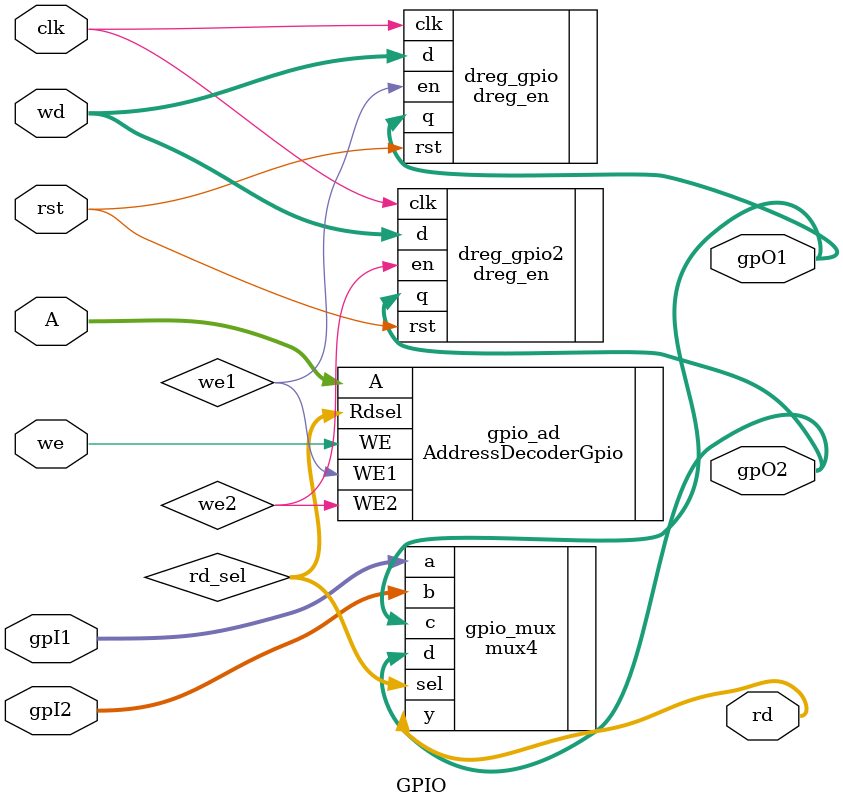
<source format=v>
`timescale 1ns / 1ps

module GPIO(
    input wire clk,
    input wire rst,
    input wire we,
    input wire [1:0] A,
    input wire [31:0]gpI1,
    input wire [31:0]gpI2,
    input wire [31:0] wd,
    output wire [31:0] rd,
    output wire [31:0] gpO1,
    output wire [31:0] gpO2
    );
    
    wire we1, we2;
    wire [1:0] rd_sel;
    
    AddressDecoderGpio gpio_ad (
        .A          (A),
        .WE         (we),
        .WE1        (we1),
        .WE2        (we2),
        .Rdsel      (rd_sel)
    );       
            
    dreg_en #(32) dreg_gpio (
        .clk        (clk),
        .rst        (rst),
        .en         (we1),
        .d          (wd),
        .q          (gpO1)
    );
       
    dreg_en #(32) dreg_gpio2 (
        .clk        (clk),
        .rst        (rst),
        .en         (we2),
        .d          (wd),
        .q          (gpO2)
    );
        
    mux4 #(32) gpio_mux(
        .a          (gpI1),
        .b          (gpI2),
        .c          (gpO1),
        .d          (gpO2),
        .y          (rd),
        .sel        (rd_sel)                 
    );         
    
endmodule

</source>
